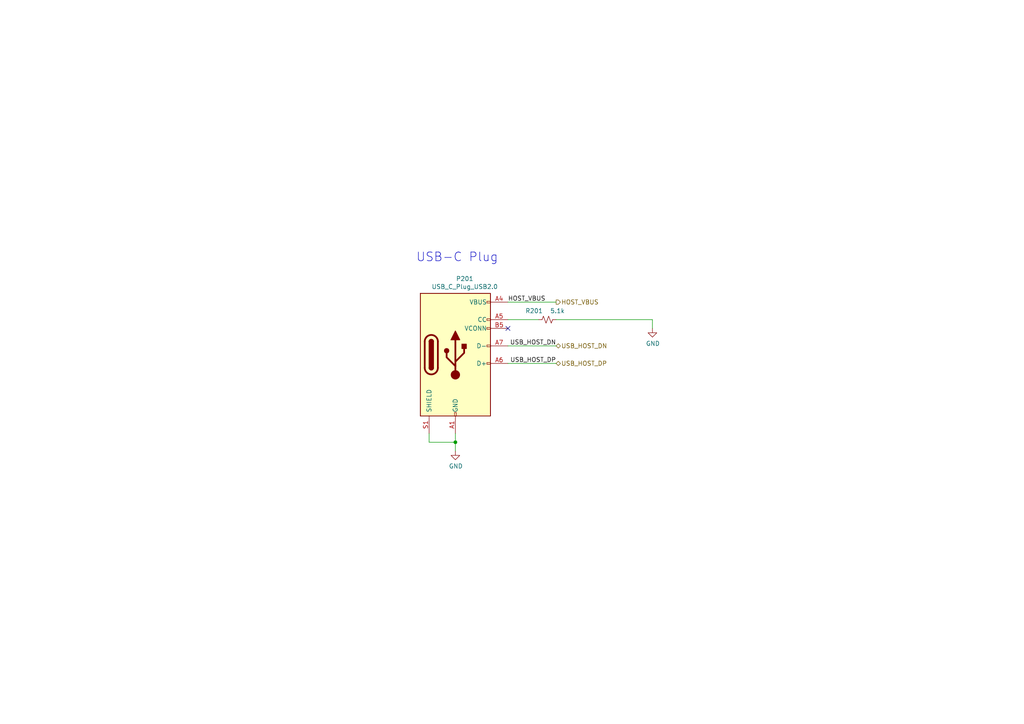
<source format=kicad_sch>
(kicad_sch (version 20221206) (generator eeschema)
  (paper "A4")
  (lib_symbols
    (symbol "Connector:USB_C_Plug_USB2.0" (pin_names (offset 1.016))
      (property "Reference" "P" (at -10.16 19.05 0))
      (property "Value" "USB_C_Plug_USB2.0" (at 12.7 19.05 0))
      (symbol "USB_C_Plug_USB2.0_0_0"
        (rectangle (start -0.254 -17.78) (end 0.254 -16.764))
        (rectangle (start 10.16 -2.286) (end 9.144 -2.794))
        (rectangle (start 10.16 2.794) (end 9.144 2.286))
        (rectangle (start 10.16 7.874) (end 9.144 7.366))
        (rectangle (start 10.16 10.414) (end 9.144 9.906))
        (rectangle (start 10.16 15.494) (end 9.144 14.986))
      )
      (symbol "USB_C_Plug_USB2.0_0_1"
        (rectangle (start -10.16 17.78) (end 10.16 -17.78) (stroke (width 0.254)) (fill (type background)))
        (arc (start -8.89 -3.81) (mid -6.985 -5.7067) (end -5.08 -3.81) (stroke (width 0.508)))
        (arc (start -7.62 -3.81) (mid -6.985 -4.4423) (end -6.35 -3.81) (stroke (width 0.254)))
        (arc (start -7.62 -3.81) (mid -6.985 -4.4423) (end -6.35 -3.81) (stroke (width 0.254)) (fill (type outline)))
        (rectangle (start -7.62 -3.81) (end -6.35 3.81) (stroke (width 0.254)) (fill (type outline)))
        (arc (start -6.35 3.81) (mid -6.985 4.4423) (end -7.62 3.81) (stroke (width 0.254)))
        (arc (start -6.35 3.81) (mid -6.985 4.4423) (end -7.62 3.81) (stroke (width 0.254)) (fill (type outline)))
        (arc (start -5.08 3.81) (mid -6.985 5.7067) (end -8.89 3.81) (stroke (width 0.508)))
        (circle (center -2.54 1.143) (radius 0.635) (stroke (width 0.254)) (fill (type outline)))
        (circle (center 0 -5.842) (radius 1.27) (fill (type outline)))
        (polyline (pts (xy -8.89 -3.81) (xy -8.89 3.81)) (stroke (width 0.508)))
        (polyline (pts (xy -5.08 3.81) (xy -5.08 -3.81)) (stroke (width 0.508)))
        (polyline (pts (xy 0 -5.842) (xy 0 4.318)) (stroke (width 0.508)))
        (polyline (pts (xy 0 -3.302) (xy -2.54 -0.762) (xy -2.54 0.508)) (stroke (width 0.508)))
        (polyline (pts (xy 0 -2.032) (xy 2.54 0.508) (xy 2.54 1.778)) (stroke (width 0.508)))
        (polyline (pts (xy -1.27 4.318) (xy 0 6.858) (xy 1.27 4.318) (xy -1.27 4.318)) (stroke (width 0.254)) (fill (type outline)))
        (rectangle (start 1.905 1.778) (end 3.175 3.048) (stroke (width 0.254)) (fill (type outline)))
      )
      (symbol "USB_C_Plug_USB2.0_1_1"
        (pin passive line (at 0 -22.86 90) (length 5.08) (name "GND") (number "A1"))
        (pin passive line (at 0 -22.86 90) (length 5.08) hide (name "GND") (number "A12"))
        (pin passive line (at 15.24 15.24 180) (length 5.08) (name "VBUS") (number "A4"))
        (pin bidirectional line (at 15.24 10.16 180) (length 5.08) (name "CC") (number "A5"))
        (pin bidirectional line (at 15.24 -2.54 180) (length 5.08) (name "D+") (number "A6"))
        (pin bidirectional line (at 15.24 2.54 180) (length 5.08) (name "D-") (number "A7"))
        (pin passive line (at 15.24 15.24 180) (length 5.08) hide (name "VBUS") (number "A9"))
        (pin passive line (at 0 -22.86 90) (length 5.08) hide (name "GND") (number "B1"))
        (pin passive line (at 0 -22.86 90) (length 5.08) hide (name "GND") (number "B12"))
        (pin passive line (at 15.24 15.24 180) (length 5.08) hide (name "VBUS") (number "B4"))
        (pin bidirectional line (at 15.24 7.62 180) (length 5.08) (name "VCONN") (number "B5"))
        (pin passive line (at 15.24 15.24 180) (length 5.08) hide (name "VBUS") (number "B9"))
        (pin passive line (at -7.62 -22.86 90) (length 5.08) (name "SHIELD") (number "S1"))
      )
    )
    (symbol "Device:R_Small_US" (pin_numbers hide) (pin_names (offset 0.254) hide)
      (property "Reference" "R" (at 0.762 0.508 0))
      (property "Value" "R_Small_US" (at 0.762 -1.016 0))
      (symbol "R_Small_US_1_1"
        (polyline (pts (xy 0 0) (xy 1.016 -0.381) (xy 0 -0.762) (xy -1.016 -1.143) (xy 0 -1.524)))
        (polyline (pts (xy 0 1.524) (xy 1.016 1.143) (xy 0 0.762) (xy -1.016 0.381) (xy 0 0)))
        (pin passive line (at 0 2.54 270) (length 1.016) (name "~") (number "1"))
        (pin passive line (at 0 -2.54 90) (length 1.016) (name "~") (number "2"))
      )
    )
    (symbol "power:GND" (power) (pin_names (offset 0))
      (property "Value" "GND" (at 0 -3.81 0))
      (symbol "GND_0_1"
        (polyline (pts (xy 0 0) (xy 0 -1.27) (xy 1.27 -1.27) (xy 0 -2.54) (xy -1.27 -1.27) (xy 0 -1.27)))
      )
      (symbol "GND_1_1"
        (pin power_in line (at 0 0 270) (length 0) hide (name "GND") (number "1"))
      )
    )
  )
  (junction (at 132.08 128.27))
  (no_connect (at 147.32 95.25))
  (wire (pts (xy 147.32 100.33) (xy 161.29 100.33)))
  (wire (pts (xy 189.23 92.71) (xy 189.23 95.25)))
  (wire (pts (xy 124.46 125.73) (xy 124.46 128.27)))
  (wire (pts (xy 124.46 128.27) (xy 132.08 128.27)))
  (wire (pts (xy 132.08 128.27) (xy 132.08 125.73)))
  (wire (pts (xy 132.08 130.81) (xy 132.08 128.27)))
  (wire (pts (xy 147.32 87.63) (xy 161.29 87.63)))
  (wire (pts (xy 161.29 92.71) (xy 189.23 92.71)))
  (wire (pts (xy 147.32 105.41) (xy 161.29 105.41)))
  (wire (pts (xy 147.32 92.71) (xy 156.21 92.71)))
  (text "USB-C Plug" (at 120.65 76.2 0) (effects (font (size 2.54 2.54)) (justify left bottom)))
  (label "USB_HOST_DN" (at 161.29 100.33 180))
  (label "USB_HOST_DP" (at 161.29 105.41 180))
  (label "HOST_VBUS" (at 147.32 87.63 0))
  (hierarchical_label "USB_HOST_DP" (shape bidirectional) (at 161.29 105.41 0))
  (hierarchical_label "USB_HOST_DN" (shape bidirectional) (at 161.29 100.33 0))
  (hierarchical_label "HOST_VBUS" (shape output) (at 161.29 87.63 0))
  (symbol (lib_id "Device:R_Small_US") (at 158.75 92.71 90) (unit 1)
    (property "Reference" "R201" (at 157.48 90.17 90) (effects (justify left)))
    (property "Value" "5.1k" (at 163.83 90.17 90) (effects (justify left)))
    (property "Footprint" "Resistor_SMD:R_0603_1608Metric" (effects hide))
  )
  (symbol (lib_id "Connector:USB_C_Plug_USB2.0") (at 132.08 102.87 0) (unit 1)
    (property "Reference" "P201" (at 134.7978 80.8482 0))
    (property "Value" "USB_C_Plug_USB2.0" (at 134.7978 83.1596 0))
    (property "Footprint" "Expansion_Card:USB_C_Plug_Molex_105444" (effects hide))
    (property "Datasheet" "https://www.usb.org/sites/default/files/documents/usb_type-c.zip" (effects hide))
  )
  (symbol (lib_id "power:GND") (at 189.23 95.25 0) (unit 1)
    (property "Reference" "#PWR0202" (effects hide))
    (property "Value" "GND" (at 189.357 99.6442 0))
  )
  (symbol (lib_id "power:GND") (at 132.08 130.81 0) (unit 1)
    (property "Reference" "#PWR0201" (effects hide))
    (property "Value" "GND" (at 132.207 135.2042 0))
  )
)
</source>
